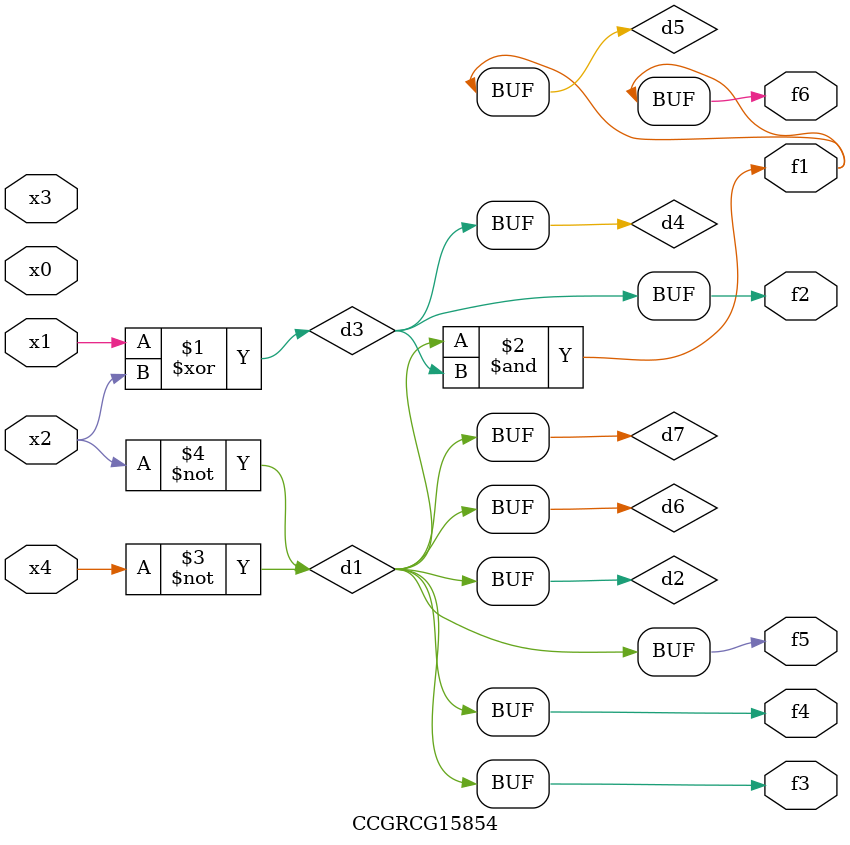
<source format=v>
module CCGRCG15854(
	input x0, x1, x2, x3, x4,
	output f1, f2, f3, f4, f5, f6
);

	wire d1, d2, d3, d4, d5, d6, d7;

	not (d1, x4);
	not (d2, x2);
	xor (d3, x1, x2);
	buf (d4, d3);
	and (d5, d1, d3);
	buf (d6, d1, d2);
	buf (d7, d2);
	assign f1 = d5;
	assign f2 = d4;
	assign f3 = d7;
	assign f4 = d7;
	assign f5 = d7;
	assign f6 = d5;
endmodule

</source>
